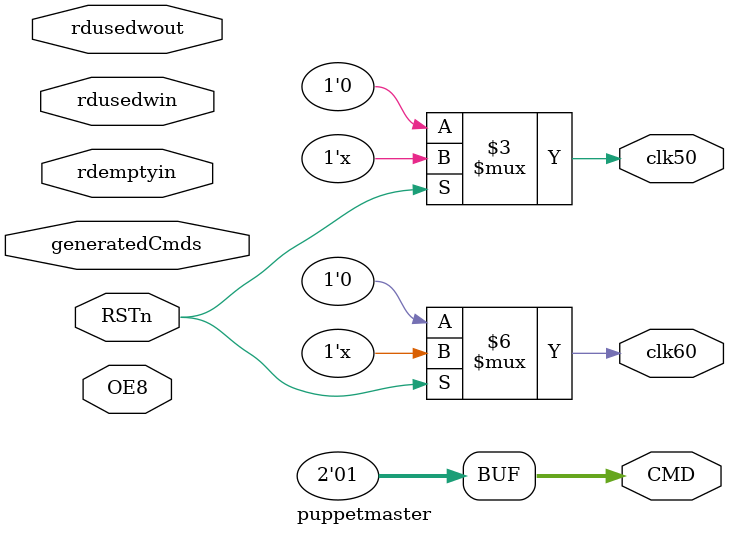
<source format=v>
`timescale 1 ps / 1 ps

module puppetmaster(
	input RSTn,
	output reg clk50,
	output reg clk60,
	output reg [1:0] CMD,
	input [7:0] OE8,
	input [7:0] generatedCmds,
	input [7:0] rdusedwin,
	input [7:0] rdusedwout,
	input rdemptyin
);

	initial begin
		//play with CMD timings here
		clk50 = 0;
		clk60 = 0;
		CMD = 2'b00;
		#20000
		CMD = 2'b01;
		#600000
		CMD = 2'b00;
		#20000
		CMD = 2'b10;
		#100000
		CMD = 2'b00;
		#20000
		CMD = 2'b01;
	end
	
	always begin
		#10000 clk50 = (RSTn) ? ~clk50 : 1'b0;
	end
	
	always begin
		#8333 clk60 = (RSTn) ? ~clk60 : 1'b0;
	end
endmodule

</source>
